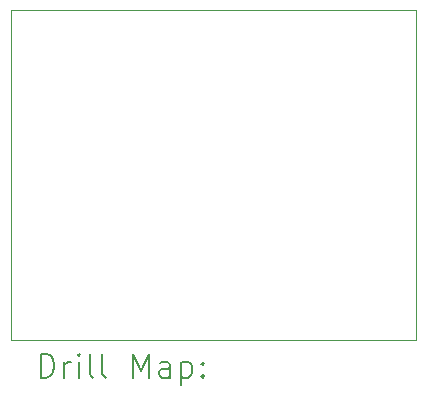
<source format=gbr>
%TF.GenerationSoftware,KiCad,Pcbnew,(6.0.8)*%
%TF.CreationDate,2023-06-05T07:52:35+02:00*%
%TF.ProjectId,SCS_dongle,5343535f-646f-46e6-976c-652e6b696361,rev?*%
%TF.SameCoordinates,Original*%
%TF.FileFunction,Drillmap*%
%TF.FilePolarity,Positive*%
%FSLAX45Y45*%
G04 Gerber Fmt 4.5, Leading zero omitted, Abs format (unit mm)*
G04 Created by KiCad (PCBNEW (6.0.8)) date 2023-06-05 07:52:35*
%MOMM*%
%LPD*%
G01*
G04 APERTURE LIST*
%ADD10C,0.100000*%
%ADD11C,0.200000*%
G04 APERTURE END LIST*
D10*
X14224000Y-7112000D02*
X17653000Y-7112000D01*
X17653000Y-7112000D02*
X17653000Y-9906000D01*
X17653000Y-9906000D02*
X14224000Y-9906000D01*
X14224000Y-9906000D02*
X14224000Y-7112000D01*
D11*
X14476619Y-10221476D02*
X14476619Y-10021476D01*
X14524238Y-10021476D01*
X14552809Y-10031000D01*
X14571857Y-10050048D01*
X14581381Y-10069095D01*
X14590905Y-10107190D01*
X14590905Y-10135762D01*
X14581381Y-10173857D01*
X14571857Y-10192905D01*
X14552809Y-10211952D01*
X14524238Y-10221476D01*
X14476619Y-10221476D01*
X14676619Y-10221476D02*
X14676619Y-10088143D01*
X14676619Y-10126238D02*
X14686143Y-10107190D01*
X14695667Y-10097667D01*
X14714714Y-10088143D01*
X14733762Y-10088143D01*
X14800428Y-10221476D02*
X14800428Y-10088143D01*
X14800428Y-10021476D02*
X14790905Y-10031000D01*
X14800428Y-10040524D01*
X14809952Y-10031000D01*
X14800428Y-10021476D01*
X14800428Y-10040524D01*
X14924238Y-10221476D02*
X14905190Y-10211952D01*
X14895667Y-10192905D01*
X14895667Y-10021476D01*
X15029000Y-10221476D02*
X15009952Y-10211952D01*
X15000428Y-10192905D01*
X15000428Y-10021476D01*
X15257571Y-10221476D02*
X15257571Y-10021476D01*
X15324238Y-10164333D01*
X15390905Y-10021476D01*
X15390905Y-10221476D01*
X15571857Y-10221476D02*
X15571857Y-10116714D01*
X15562333Y-10097667D01*
X15543286Y-10088143D01*
X15505190Y-10088143D01*
X15486143Y-10097667D01*
X15571857Y-10211952D02*
X15552809Y-10221476D01*
X15505190Y-10221476D01*
X15486143Y-10211952D01*
X15476619Y-10192905D01*
X15476619Y-10173857D01*
X15486143Y-10154810D01*
X15505190Y-10145286D01*
X15552809Y-10145286D01*
X15571857Y-10135762D01*
X15667095Y-10088143D02*
X15667095Y-10288143D01*
X15667095Y-10097667D02*
X15686143Y-10088143D01*
X15724238Y-10088143D01*
X15743286Y-10097667D01*
X15752809Y-10107190D01*
X15762333Y-10126238D01*
X15762333Y-10183381D01*
X15752809Y-10202429D01*
X15743286Y-10211952D01*
X15724238Y-10221476D01*
X15686143Y-10221476D01*
X15667095Y-10211952D01*
X15848048Y-10202429D02*
X15857571Y-10211952D01*
X15848048Y-10221476D01*
X15838524Y-10211952D01*
X15848048Y-10202429D01*
X15848048Y-10221476D01*
X15848048Y-10097667D02*
X15857571Y-10107190D01*
X15848048Y-10116714D01*
X15838524Y-10107190D01*
X15848048Y-10097667D01*
X15848048Y-10116714D01*
M02*

</source>
